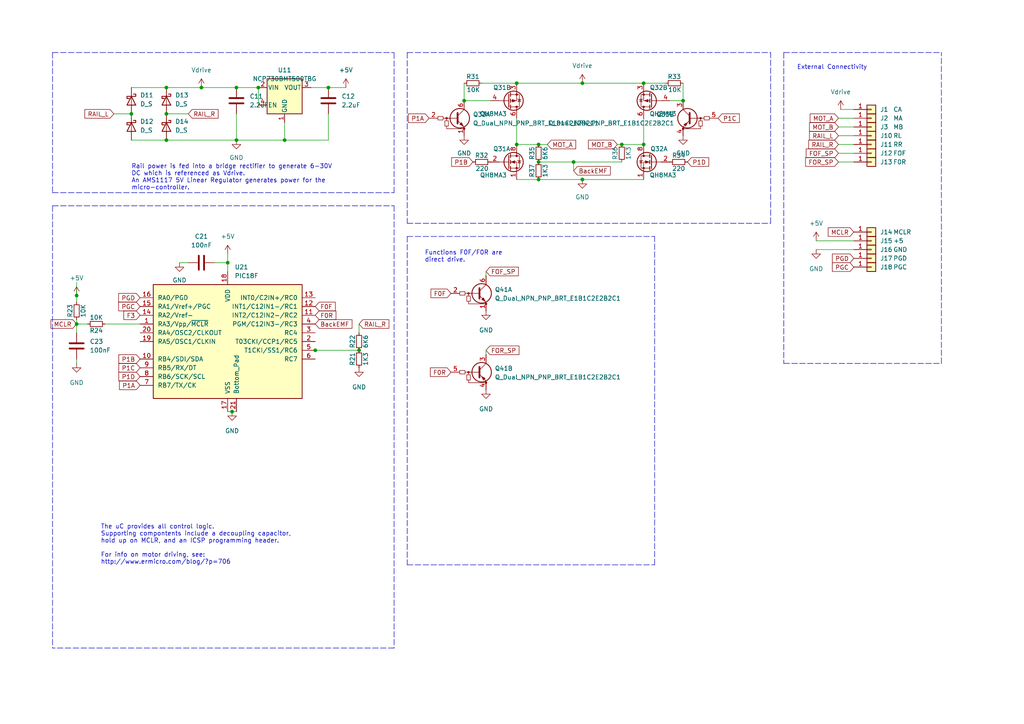
<source format=kicad_sch>
(kicad_sch (version 20211123) (generator eeschema)
  (paper "A4")
  (lib_symbols
    (symbol "Connector_Generic:Conn_01x01" (pin_names (offset 1.016) hide)
      (property "Reference" "J" (at 0 2.54 0))
      (property "Value" "Conn_01x01" (at 0 -2.54 0))
      (symbol "Conn_01x01_1_1"
        (rectangle (start -1.27 0.127) (end 0 -0.127) (stroke (width 0.1524)))
        (rectangle (start -1.27 1.27) (end 1.27 -1.27) (stroke (width 0.254)) (fill (type background)))
        (pin passive line (at -5.08 0 0) (length 3.81) (name "Pin_1") (number "1"))
      )
    )
    (symbol "DCC Project Symbols:PIC18F06Q40" (pin_names (offset 1.27))
      (property "Reference" "U" (at -20.32 17.78 0))
      (property "Value" "PIC18F06Q40" (at 24.13 -17.78 0))
      (symbol "PIC18F06Q40_0_1"
        (rectangle (start -21.59 16.51) (end 21.59 -16.51) (stroke (width 0.254)) (fill (type background)))
      )
      (symbol "PIC18F06Q40_1_1"
        (pin bidirectional line (at -25.4 5.08 0) (length 3.81) (name "RA3/Vpp/~{MCLR}") (number "1"))
        (pin bidirectional line (at -25.4 -5.08 0) (length 3.81) (name "RB4/SDI/SDA") (number "10"))
        (pin bidirectional line (at 25.4 7.62 180) (length 3.81) (name "INT2/C12IN2-/RC2") (number "11"))
        (pin bidirectional line (at 25.4 10.16 180) (length 3.81) (name "INT1/C12IN1-/RC1") (number "12"))
        (pin bidirectional line (at 25.4 12.7 180) (length 3.81) (name "INT0/C2IN+/RC0") (number "13"))
        (pin input line (at -25.4 7.62 0) (length 3.81) (name "RA2/Vref-") (number "14"))
        (pin bidirectional line (at -25.4 10.16 0) (length 3.81) (name "RA1/Vref+/PGC") (number "15"))
        (pin bidirectional line (at -25.4 12.7 0) (length 3.81) (name "RA0/PGD") (number "16"))
        (pin power_in line (at 0 -20.32 90) (length 3.81) (name "VSS") (number "17"))
        (pin power_in line (at 0 20.32 270) (length 3.81) (name "VDD") (number "18"))
        (pin bidirectional line (at -25.4 0 0) (length 3.81) (name "RA5/OSC1/CLKIN") (number "19"))
        (pin bidirectional line (at 25.4 0 180) (length 3.81) (name "T03CKI/CCP1/RC5") (number "2"))
        (pin bidirectional line (at -25.4 2.54 0) (length 3.81) (name "RA4/OSC2/CLKOUT") (number "20"))
        (pin power_in line (at 2.54 -20.32 90) (length 3.81) (name "Bottom_Pad") (number "21"))
        (pin bidirectional line (at 25.4 2.54 180) (length 3.81) (name "RC4") (number "3"))
        (pin bidirectional line (at 25.4 5.08 180) (length 3.81) (name "PGM/C12IN3-/RC3") (number "4"))
        (pin bidirectional line (at 25.4 -2.54 180) (length 3.81) (name "T1CKI/SS1/RC6") (number "5"))
        (pin bidirectional line (at 25.4 -5.08 180) (length 3.81) (name "RC7") (number "6"))
        (pin bidirectional line (at -25.4 -12.7 0) (length 3.81) (name "RB7/TX/CK") (number "7"))
        (pin bidirectional line (at -25.4 -10.16 0) (length 3.81) (name "RB6/SCK/SCL") (number "8"))
        (pin bidirectional line (at -25.4 -7.62 0) (length 3.81) (name "RB5/RX/DT") (number "9"))
      )
    )
    (symbol "Device:C" (pin_numbers hide) (pin_names (offset 0.254))
      (property "Reference" "C" (at 0.635 2.54 0))
      (property "Value" "C" (at 0.635 -2.54 0))
      (symbol "C_0_1"
        (polyline (pts (xy -2.032 -0.762) (xy 2.032 -0.762)) (stroke (width 0.508)))
        (polyline (pts (xy -2.032 0.762) (xy 2.032 0.762)) (stroke (width 0.508)))
      )
      (symbol "C_1_1"
        (pin passive line (at 0 3.81 270) (length 2.794) (name "~") (number "1"))
        (pin passive line (at 0 -3.81 90) (length 2.794) (name "~") (number "2"))
      )
    )
    (symbol "Device:D_Schottky" (pin_numbers hide) (pin_names (offset 1.016) hide)
      (property "Reference" "D" (at 0 2.54 0))
      (property "Value" "D_Schottky" (at 0 -2.54 0))
      (symbol "D_Schottky_0_1"
        (polyline (pts (xy 1.27 0) (xy -1.27 0)))
        (polyline (pts (xy 1.27 1.27) (xy 1.27 -1.27) (xy -1.27 0) (xy 1.27 1.27)) (stroke (width 0.254)))
        (polyline (pts (xy -1.905 0.635) (xy -1.905 1.27) (xy -1.27 1.27) (xy -1.27 -1.27) (xy -0.635 -1.27) (xy -0.635 -0.635)) (stroke (width 0.254)))
      )
      (symbol "D_Schottky_1_1"
        (pin passive line (at -3.81 0 0) (length 2.54) (name "K") (number "1"))
        (pin passive line (at 3.81 0 180) (length 2.54) (name "A") (number "2"))
      )
    )
    (symbol "Device:Q_Dual_NPN_PNP_BRT_E1B1C2E2B2C1" (pin_names hide)
      (property "Reference" "Q" (at 3.81 1.27 0))
      (property "Value" "Q_Dual_NPN_PNP_BRT_E1B1C2E2B2C1" (at 3.81 -1.27 0))
      (symbol "Q_Dual_NPN_PNP_BRT_E1B1C2E2B2C1_0_1"
        (rectangle (start -6.35 0.508) (end -4.826 -0.508))
        (rectangle (start -4.318 -2.286) (end -3.302 -0.762))
        (circle (center -3.81 0) (radius 0.254) (fill (type outline)))
        (polyline (pts (xy -3.81 -0.762) (xy -3.81 0)))
        (polyline (pts (xy -0.762 0) (xy -4.826 0)))
        (polyline (pts (xy -0.635 1.524) (xy -0.635 -1.524)) (stroke (width 0.508)))
        (polyline (pts (xy -3.81 -2.286) (xy -3.81 -3.048) (xy 1.27 -3.048)))
        (circle (center 1.27 -3.048) (radius 0.254) (fill (type outline)))
      )
      (symbol "Q_Dual_NPN_PNP_BRT_E1B1C2E2B2C1_1_1"
        (polyline (pts (xy -0.635 0.635) (xy 1.27 2.54)))
        (polyline (pts (xy -0.635 -0.635) (xy 1.27 -2.54) (xy 1.27 -2.54)))
        (polyline (pts (xy 0 -1.778) (xy 0.508 -1.27) (xy 1.016 -2.286) (xy 0 -1.778) (xy 0 -1.778)) (fill (type outline)))
        (circle (center 0 0) (radius 2.8194) (stroke (width 0.254)))
        (pin passive line (at 1.27 -5.08 90) (length 2.54) (name "E1") (number "1"))
        (pin input line (at -8.89 0 0) (length 2.54) (name "B1") (number "2"))
        (pin passive line (at 1.27 5.08 270) (length 2.54) (name "C1") (number "6"))
      )
      (symbol "Q_Dual_NPN_PNP_BRT_E1B1C2E2B2C1_2_1"
        (polyline (pts (xy -0.635 0.635) (xy 1.27 2.54)))
        (polyline (pts (xy -0.635 -0.635) (xy 1.27 -2.54) (xy 1.27 -2.54)))
        (polyline (pts (xy 1.016 -1.778) (xy 0.508 -2.286) (xy 0 -1.27) (xy 1.016 -1.778) (xy 1.016 -1.778)) (fill (type outline)))
        (circle (center 0 0) (radius 2.8194) (stroke (width 0.254)))
        (pin passive line (at 1.27 5.08 270) (length 2.54) (name "C1") (number "3"))
        (pin passive line (at 1.27 -5.08 90) (length 2.54) (name "E1") (number "4"))
        (pin input line (at -8.89 0 0) (length 2.54) (name "B1") (number "5"))
      )
    )
    (symbol "Device:R_Small" (pin_numbers hide) (pin_names (offset 0.254) hide)
      (property "Reference" "R" (at 0.762 0.508 0))
      (property "Value" "R_Small" (at 0.762 -1.016 0))
      (symbol "R_Small_0_1"
        (rectangle (start -0.762 1.778) (end 0.762 -1.778) (stroke (width 0.2032)))
      )
      (symbol "R_Small_1_1"
        (pin passive line (at 0 2.54 270) (length 0.762) (name "~") (number "1"))
        (pin passive line (at 0 -2.54 90) (length 0.762) (name "~") (number "2"))
      )
    )
    (symbol "Leo's Library:TPC8408" (pin_names hide)
      (property "Reference" "Q" (at 5.08 1.905 0))
      (property "Value" "TPC8408" (at 5.08 0 0))
      (symbol "TPC8408_0_1"
        (polyline (pts (xy 0.254 0) (xy -2.54 0)))
        (polyline (pts (xy 0.254 1.905) (xy 0.254 -1.905)) (stroke (width 0.254)))
        (polyline (pts (xy 0.762 -1.27) (xy 0.762 -2.286)) (stroke (width 0.254)))
        (polyline (pts (xy 0.762 0.508) (xy 0.762 -0.508)) (stroke (width 0.254)))
        (polyline (pts (xy 0.762 2.286) (xy 0.762 1.27)) (stroke (width 0.254)))
        (polyline (pts (xy 2.54 2.54) (xy 2.54 1.778)))
        (polyline (pts (xy 2.54 -2.54) (xy 2.54 0) (xy 0.762 0)))
        (polyline (pts (xy 0.762 -1.778) (xy 3.302 -1.778) (xy 3.302 1.778) (xy 0.762 1.778)))
        (circle (center 1.651 0) (radius 2.794) (stroke (width 0.254)))
        (circle (center 2.54 -1.778) (radius 0.254) (fill (type outline)))
        (circle (center 2.54 1.778) (radius 0.254) (fill (type outline)))
      )
      (symbol "TPC8408_1_1"
        (polyline (pts (xy 1.016 0) (xy 2.032 0.381) (xy 2.032 -0.381) (xy 1.016 0)) (fill (type outline)))
        (polyline (pts (xy 2.794 0.508) (xy 2.921 0.381) (xy 3.683 0.381) (xy 3.81 0.254)))
        (polyline (pts (xy 3.302 0.381) (xy 2.921 -0.254) (xy 3.683 -0.254) (xy 3.302 0.381)))
        (pin passive line (at 2.54 -5.08 90) (length 2.54) (name "S") (number "1"))
        (pin input line (at -5.08 0 0) (length 2.54) (name "G") (number "2"))
        (pin passive line (at 2.54 5.08 270) (length 2.54) hide (name "D") (number "7"))
        (pin passive line (at 2.54 5.08 270) (length 2.54) (name "D") (number "8"))
      )
      (symbol "TPC8408_2_1"
        (polyline (pts (xy 2.286 0) (xy 1.27 0.381) (xy 1.27 -0.381) (xy 2.286 0)) (fill (type outline)))
        (polyline (pts (xy 2.794 -0.508) (xy 2.921 -0.381) (xy 3.683 -0.381) (xy 3.81 -0.254)))
        (polyline (pts (xy 3.302 -0.381) (xy 2.921 0.254) (xy 3.683 0.254) (xy 3.302 -0.381)))
        (pin passive line (at 2.54 -5.08 90) (length 2.54) (name "1") (number "3"))
        (pin input line (at -5.08 0 0) (length 2.54) (name "G") (number "4"))
        (pin passive line (at 2.54 5.08 270) (length 2.54) hide (name "D") (number "5"))
        (pin passive line (at 2.54 5.08 270) (length 2.54) (name "D") (number "6"))
      )
    )
    (symbol "Regulator_Linear:NCP662SQ15" (pin_names (offset 0.254))
      (property "Reference" "U" (at 0 8.255 0))
      (property "Value" "NCP662SQ15" (at 0 6.35 0))
      (symbol "NCP662SQ15_0_1"
        (rectangle (start -5.08 5.08) (end 5.08 -5.08) (stroke (width 0.254)) (fill (type background)))
      )
      (symbol "NCP662SQ15_1_1"
        (pin power_in line (at 0 -7.62 90) (length 2.54) (name "GND") (number "1"))
        (pin power_in line (at -7.62 2.54 0) (length 2.54) (name "VIN") (number "2"))
        (pin power_out line (at 7.62 2.54 180) (length 2.54) (name "VOUT") (number "3"))
        (pin input line (at -7.62 -2.54 0) (length 2.54) (name "EN") (number "4"))
      )
    )
    (symbol "power:+5V" (power) (pin_names (offset 0))
      (property "Value" "+5V" (at 0 3.556 0))
      (symbol "+5V_0_1"
        (polyline (pts (xy -0.762 1.27) (xy 0 2.54)))
        (polyline (pts (xy 0 0) (xy 0 2.54)))
        (polyline (pts (xy 0 2.54) (xy 0.762 1.27)))
      )
      (symbol "+5V_1_1"
        (pin power_in line (at 0 0 90) (length 0) hide (name "+5V") (number "1"))
      )
    )
    (symbol "power:GND" (power) (pin_names (offset 0))
      (property "Value" "GND" (at 0 -3.81 0))
      (symbol "GND_0_1"
        (polyline (pts (xy 0 0) (xy 0 -1.27) (xy 1.27 -1.27) (xy 0 -2.54) (xy -1.27 -1.27) (xy 0 -1.27)))
      )
      (symbol "GND_1_1"
        (pin power_in line (at 0 0 270) (length 0) hide (name "GND") (number "1"))
      )
    )
    (symbol "power:Vdrive" (power) (pin_names (offset 0))
      (property "Value" "Vdrive" (at 0 3.81 0))
      (symbol "Vdrive_0_1"
        (polyline (pts (xy -0.762 1.27) (xy 0 2.54)))
        (polyline (pts (xy 0 0) (xy 0 2.54)))
        (polyline (pts (xy 0 2.54) (xy 0.762 1.27)))
      )
      (symbol "Vdrive_1_1"
        (pin power_in line (at 0 0 90) (length 0) hide (name "Vdrive") (number "1"))
      )
    )
  )
  (junction (at 68.58 25.4))
  (junction (at 48.26 33.02))
  (junction (at 58.42 25.4))
  (junction (at 168.91 24.13))
  (junction (at 66.04 76.2))
  (junction (at 48.26 40.64))
  (junction (at 166.37 46.99))
  (junction (at 168.91 52.07))
  (junction (at 95.25 25.4))
  (junction (at 22.225 85.725))
  (junction (at 156.21 41.91))
  (junction (at 68.58 40.64))
  (junction (at 48.26 25.4))
  (junction (at 104.14 101.6))
  (junction (at 156.21 52.07))
  (junction (at 149.86 41.91))
  (junction (at 38.1 33.02))
  (junction (at 186.69 24.13))
  (junction (at 180.34 41.91))
  (junction (at 149.86 24.13))
  (junction (at 22.225 93.98))
  (junction (at 67.31 119.38))
  (junction (at 186.69 41.91))
  (junction (at 134.62 29.21))
  (junction (at 198.12 29.21))
  (junction (at 82.55 40.64))
  (junction (at 91.44 101.6))
  (junction (at 74.93 25.4))
  (junction (at 156.21 46.99))
  (wire (pts (xy 243.205 39.37) (xy 247.65 39.37)))
  (wire (pts (xy 82.55 40.64) (xy 82.55 35.56)))
  (wire (pts (xy 140.97 101.6) (xy 140.97 102.87)))
  (wire (pts (xy 52.07 76.2) (xy 54.61 76.2)))
  (wire (pts (xy 243.205 44.45) (xy 247.65 44.45)))
  (wire (pts (xy 140.97 78.74) (xy 140.97 80.01)))
  (wire (pts (xy 68.58 33.02) (xy 68.58 40.64)))
  (wire (pts (xy 236.728 72.39) (xy 247.65 72.39)))
  (wire (pts (xy 186.69 24.13) (xy 193.04 24.13)))
  (wire (pts (xy 168.91 24.13) (xy 186.69 24.13)))
  (wire (pts (xy 95.25 25.4) (xy 100.33 25.4)))
  (wire (pts (xy 186.69 41.91) (xy 186.69 34.29)))
  (wire (pts (xy 67.31 119.38) (xy 68.58 119.38)))
  (wire (pts (xy 30.48 93.98) (xy 40.64 93.98)))
  (polyline (pts (xy 227.33 15.24) (xy 273.05 15.24)))
  (wire (pts (xy 149.86 52.07) (xy 156.21 52.07)))
  (wire (pts (xy 149.86 41.91) (xy 156.21 41.91)))
  (wire (pts (xy 66.04 73.66) (xy 66.04 76.2)))
  (wire (pts (xy 58.42 25.4) (xy 68.58 25.4)))
  (wire (pts (xy 22.225 92.71) (xy 22.225 93.98)))
  (wire (pts (xy 82.55 40.64) (xy 95.25 40.64)))
  (wire (pts (xy 48.26 40.64) (xy 68.58 40.64)))
  (polyline (pts (xy 273.05 105.41) (xy 273.05 15.24)))
  (wire (pts (xy 156.21 41.91) (xy 158.75 41.91)))
  (wire (pts (xy 243.205 34.29) (xy 247.65 34.29)))
  (wire (pts (xy 243.205 41.91) (xy 247.65 41.91)))
  (polyline (pts (xy 118.11 64.77) (xy 223.52 64.77)))
  (wire (pts (xy 243.205 46.99) (xy 247.65 46.99)))
  (polyline (pts (xy 227.33 15.24) (xy 227.33 105.41)))
  (wire (pts (xy 91.186 101.6) (xy 91.44 101.6)))
  (wire (pts (xy 91.44 101.6) (xy 104.14 101.6)))
  (wire (pts (xy 156.21 52.07) (xy 168.91 52.07)))
  (wire (pts (xy 134.62 24.13) (xy 134.62 29.21)))
  (wire (pts (xy 243.84 31.75) (xy 247.65 31.75)))
  (wire (pts (xy 48.26 33.02) (xy 54.61 33.02)))
  (polyline (pts (xy 227.33 105.41) (xy 273.05 105.41)))
  (wire (pts (xy 33.02 33.02) (xy 38.1 33.02)))
  (wire (pts (xy 134.62 29.21) (xy 142.24 29.21)))
  (wire (pts (xy 38.1 25.4) (xy 48.26 25.4)))
  (wire (pts (xy 22.225 85.725) (xy 22.225 87.63)))
  (wire (pts (xy 156.21 46.99) (xy 166.37 46.99)))
  (wire (pts (xy 95.25 33.02) (xy 95.25 40.64)))
  (polyline (pts (xy 118.11 68.58) (xy 118.11 163.83)))
  (wire (pts (xy 198.12 24.13) (xy 198.12 29.21)))
  (wire (pts (xy 139.7 24.13) (xy 149.86 24.13)))
  (polyline (pts (xy 223.52 64.77) (xy 223.52 15.24)))
  (polyline (pts (xy 118.11 68.58) (xy 189.865 68.58)))
  (wire (pts (xy 68.58 40.64) (xy 82.55 40.64)))
  (polyline (pts (xy 118.11 15.24) (xy 223.52 15.24)))
  (wire (pts (xy 66.04 76.2) (xy 66.04 78.74)))
  (wire (pts (xy 68.58 25.4) (xy 74.93 25.4)))
  (wire (pts (xy 62.23 76.2) (xy 66.04 76.2)))
  (polyline (pts (xy 118.11 15.24) (xy 118.11 64.77)))
  (wire (pts (xy 22.225 85.725) (xy 22.225 81.915)))
  (polyline (pts (xy 15.24 15.24) (xy 114.3 15.24)))
  (wire (pts (xy 74.93 25.4) (xy 74.93 30.48)))
  (wire (pts (xy 180.34 41.91) (xy 186.69 41.91)))
  (wire (pts (xy 90.17 25.4) (xy 95.25 25.4)))
  (wire (pts (xy 149.86 24.13) (xy 168.91 24.13)))
  (wire (pts (xy 166.37 46.99) (xy 166.37 49.53)))
  (polyline (pts (xy 118.11 163.83) (xy 189.865 163.83)))
  (wire (pts (xy 179.07 41.91) (xy 180.34 41.91)))
  (wire (pts (xy 166.37 46.99) (xy 180.34 46.99)))
  (wire (pts (xy 48.26 25.4) (xy 58.42 25.4)))
  (wire (pts (xy 66.04 119.38) (xy 67.31 119.38)))
  (wire (pts (xy 149.86 41.91) (xy 149.86 34.29)))
  (wire (pts (xy 22.225 104.14) (xy 22.225 105.41)))
  (wire (pts (xy 243.205 36.83) (xy 247.65 36.83)))
  (wire (pts (xy 236.728 69.85) (xy 247.65 69.85)))
  (wire (pts (xy 22.225 93.98) (xy 22.225 96.52)))
  (polyline (pts (xy 15.24 15.24) (xy 15.24 55.88)))
  (wire (pts (xy 22.225 93.98) (xy 25.4 93.98)))
  (polyline (pts (xy 114.3 55.88) (xy 114.3 15.24)))
  (polyline (pts (xy 189.865 163.83) (xy 189.865 68.58)))
  (polyline (pts (xy 114.3 187.96) (xy 15.24 187.96)))
  (polyline (pts (xy 15.24 59.69) (xy 15.24 187.96)))
  (wire (pts (xy 38.1 40.64) (xy 48.26 40.64)))
  (wire (pts (xy 194.31 29.21) (xy 198.12 29.21)))
  (wire (pts (xy 168.91 52.07) (xy 186.69 52.07)))
  (wire (pts (xy 104.14 93.98) (xy 104.14 96.52)))
  (polyline (pts (xy 15.24 59.69) (xy 114.3 59.69)))
  (polyline (pts (xy 114.3 59.69) (xy 114.3 187.96)))
  (polyline (pts (xy 15.24 55.88) (xy 114.3 55.88)))
  (text "External Connectivity" (at 231.14 20.32 0) (effects (font (size 1.27 1.27)) (justify left bottom)))
  (text "The uC provides all control logic.\nSupporting compontents include a decoupling capacitor,\nhold up on MCLR, and an ICSP programming header.\n\nFor info on motor driving, see:\nhttp://www.ermicro.com/blog/?p=706" (at 29.21 163.83 0) (effects (font (size 1.27 1.27)) (justify left bottom)))
  (text "Functions F0F/F0R are \ndirect drive." (at 123.19 76.2 0) (effects (font (size 1.27 1.27)) (justify left bottom)))
  (text "Rail power is fed into a bridge rectifier to generate 6-30V\nDC which is referenced as Vdrive.\nAn AMS1117 5V Linear Regulator generates power for the\nmicro-controller." (at 38.1 55.245 0) (effects (font (size 1.27 1.27)) (justify left bottom)))
  (global_label "RAIL_R" (shape input) (at 104.14 93.98 0) (property "Intersheet References" "${INTERSHEET_REFS}" (effects hide)))
  (global_label "PGD" (shape input) (at 40.64 86.36 180) (property "Intersheet References" "${INTERSHEET_REFS}" (effects hide)))
  (global_label "RAIL_L" (shape input) (at 243.205 39.37 180) (property "Intersheet References" "${INTERSHEET_REFS}" (effects hide)))
  (global_label "MOT_A" (shape input) (at 243.205 34.29 180) (property "Intersheet References" "${INTERSHEET_REFS}" (effects hide)))
  (global_label "RAIL_L" (shape input) (at 33.02 33.02 180) (property "Intersheet References" "${INTERSHEET_REFS}" (effects hide)))
  (global_label "P1A" (shape input) (at 40.64 111.76 180) (property "Intersheet References" "${INTERSHEET_REFS}" (effects hide)))
  (global_label "F0F" (shape input) (at 130.81 85.09 180) (property "Intersheet References" "${INTERSHEET_REFS}" (effects hide)))
  (global_label "MOT_B" (shape input) (at 179.07 41.91 180) (property "Intersheet References" "${INTERSHEET_REFS}" (effects hide)))
  (global_label "BackEMF" (shape input) (at 166.37 49.53 0) (property "Intersheet References" "${INTERSHEET_REFS}" (effects hide)))
  (global_label "MCLR" (shape input) (at 22.225 93.98 180) (property "Intersheet References" "${INTERSHEET_REFS}" (effects hide)))
  (global_label "P1B" (shape input) (at 40.64 104.14 180) (property "Intersheet References" "${INTERSHEET_REFS}" (effects hide)))
  (global_label "FOR_SP" (shape input) (at 140.97 101.6 0) (property "Intersheet References" "${INTERSHEET_REFS}" (effects hide)))
  (global_label "MCLR" (shape input) (at 247.65 67.31 180) (property "Intersheet References" "${INTERSHEET_REFS}" (effects hide)))
  (global_label "P1C" (shape input) (at 208.28 34.29 0) (property "Intersheet References" "${INTERSHEET_REFS}" (effects hide)))
  (global_label "F0R" (shape input) (at 130.81 107.95 180) (property "Intersheet References" "${INTERSHEET_REFS}" (effects hide)))
  (global_label "P1C" (shape input) (at 40.64 106.68 180) (property "Intersheet References" "${INTERSHEET_REFS}" (effects hide)))
  (global_label "F0R" (shape input) (at 91.44 91.44 0) (property "Intersheet References" "${INTERSHEET_REFS}" (effects hide)))
  (global_label "F0F" (shape input) (at 91.44 88.9 0) (property "Intersheet References" "${INTERSHEET_REFS}" (effects hide)))
  (global_label "RAIL_R" (shape input) (at 54.61 33.02 0) (property "Intersheet References" "${INTERSHEET_REFS}" (effects hide)))
  (global_label "RAIL_R" (shape input) (at 243.205 41.91 180) (property "Intersheet References" "${INTERSHEET_REFS}" (effects hide)))
  (global_label "PGC" (shape input) (at 40.64 88.9 180) (property "Intersheet References" "${INTERSHEET_REFS}" (effects hide)))
  (global_label "FOF_SP" (shape input) (at 243.205 44.45 180) (property "Intersheet References" "${INTERSHEET_REFS}" (effects hide)))
  (global_label "BackEMF" (shape input) (at 91.44 93.98 0) (property "Intersheet References" "${INTERSHEET_REFS}" (effects hide)))
  (global_label "PGC" (shape input) (at 247.65 77.47 180) (property "Intersheet References" "${INTERSHEET_REFS}" (effects hide)))
  (global_label "P1D" (shape input) (at 199.39 46.99 0) (property "Intersheet References" "${INTERSHEET_REFS}" (effects hide)))
  (global_label "MOT_A" (shape input) (at 158.75 41.91 0) (property "Intersheet References" "${INTERSHEET_REFS}" (effects hide)))
  (global_label "MOT_B" (shape input) (at 243.205 36.83 180) (property "Intersheet References" "${INTERSHEET_REFS}" (effects hide)))
  (global_label "PGD" (shape input) (at 247.65 74.93 180) (property "Intersheet References" "${INTERSHEET_REFS}" (effects hide)))
  (global_label "FOF_SP" (shape input) (at 140.97 78.74 0) (property "Intersheet References" "${INTERSHEET_REFS}" (effects hide)))
  (global_label "F3" (shape input) (at 40.64 91.44 180) (property "Intersheet References" "${INTERSHEET_REFS}" (effects hide)))
  (global_label "P1A" (shape input) (at 124.46 34.29 180) (property "Intersheet References" "${INTERSHEET_REFS}" (effects hide)))
  (global_label "P1B" (shape input) (at 137.16 46.99 180) (property "Intersheet References" "${INTERSHEET_REFS}" (effects hide)))
  (global_label "P1D" (shape input) (at 40.64 109.22 180) (property "Intersheet References" "${INTERSHEET_REFS}" (effects hide)))
  (global_label "FOR_SP" (shape input) (at 243.205 46.99 180) (property "Intersheet References" "${INTERSHEET_REFS}" (effects hide)))
  (symbol (lib_id "power:GND") (at 236.728 72.39 0) (unit 1)
    (property "Reference" "#PWR0105" (effects hide))
    (property "Value" "GND" (at 236.728 77.978 0))
  )
  (symbol (lib_id "Connector_Generic:Conn_01x01") (at 252.73 69.85 0) (unit 1)
    (property "Reference" "J15" (at 255.27 69.85 0) (effects (justify left)))
    (property "Value" "+5" (at 259.08 69.85 0) (effects (justify left)))
    (property "Footprint" "Connector_Wire:SolderWirePad_1x01_SMD_1x2mm" (effects hide))
    (property "MPN1" "DNP" (effects hide))
    (property "MPN2" "DNP" (effects hide))
  )
  (symbol (lib_id "power:Vdrive") (at 168.91 24.13 0) (unit 1)
    (property "Reference" "#PWR0102" (effects hide))
    (property "Value" "Vdrive" (at 168.91 19.05 0))
  )
  (symbol (lib_id "Device:C") (at 22.225 100.33 180) (unit 1)
    (property "Reference" "C23" (at 26.035 99.0599 0) (effects (justify right)))
    (property "Value" "100nF" (at 26.035 101.5999 0) (effects (justify right)))
    (property "Footprint" "Capacitor_SMD:C_0201_0603Metric" (effects hide))
    (property "Datasheet" "Generic Passive" (effects hide))
    (property "Specification" "0201 25V 100nF X5R 10%" (effects hide))
    (property "MPN1" "GRM033R61E104KE14D" (effects hide))
  )
  (symbol (lib_id "Leo's Library:TPC8408") (at 189.23 29.21 180) (unit 2)
    (property "Reference" "Q32" (at 193.675 25.4 0) (effects (justify left)))
    (property "Value" "QH8MA3" (at 196.215 33.02 0) (effects (justify left)))
    (property "Footprint" "DCC Project Footprints:TSMT8" (effects hide))
    (property "Datasheet" "https://www.rohm.com/products/mosfets/small-signal/dual/qh8ma3-product" (effects hide))
    (property "Specification" "TSMT8, Vdss 30V, Id 7A" (effects hide))
    (property "MPN1" "QH8MA3 QH8MA3 " (effects hide))
  )
  (symbol (lib_id "Device:D_Schottky") (at 38.1 36.83 270) (unit 1)
    (property "Reference" "D12" (at 40.64 35.2424 90) (effects (justify left)))
    (property "Value" "D_S" (at 40.64 37.7824 90) (effects (justify left)))
    (property "Footprint" "Diode_SMD:D_SOD-523" (effects hide))
    (property "Datasheet" "https://datasheet.lcsc.com/lcsc/1912111437_Shikues-MSK4010_C345958.pdf" (effects hide))
    (property "Specification" "SOD-523, 50V, 1A Schottky barrier rectifier diode" (effects hide))
    (property "MPN1" "MSK4010" (effects hide))
  )
  (symbol (lib_id "Device:Q_Dual_NPN_PNP_BRT_E1B1C2E2B2C1") (at 139.7 107.95 0) (unit 2)
    (property "Reference" "Q41" (at 143.51 106.8577 0) (effects (justify left)))
    (property "Value" "Q_Dual_NPN_PNP_BRT_E1B1C2E2B2C1" (at 143.51 109.3977 0) (effects (justify left)))
    (property "Footprint" "Package_TO_SOT_SMD:SOT-666" (effects hide))
  )
  (symbol (lib_id "Connector_Generic:Conn_01x01") (at 252.73 77.47 0) (unit 1)
    (property "Reference" "J18" (at 255.27 77.47 0) (effects (justify left)))
    (property "Value" "PGC" (at 259.08 77.47 0) (effects (justify left)))
    (property "Footprint" "Connector_Wire:SolderWirePad_1x01_SMD_1x2mm" (effects hide))
    (property "MPN1" "DNP" (effects hide))
    (property "MPN2" "DNP" (effects hide))
  )
  (symbol (lib_id "power:GND") (at 67.31 119.38 0) (unit 1)
    (property "Reference" "#PWR023" (effects hide))
    (property "Value" "GND" (at 67.31 124.968 0))
  )
  (symbol (lib_id "Device:R_Small") (at 104.14 99.06 0) (mirror y) (unit 1)
    (property "Reference" "R22" (at 102.235 99.06 90))
    (property "Value" "6K6" (at 106.045 99.06 90))
    (property "Footprint" "Resistor_SMD:R_0201_0603Metric" (effects hide))
    (property "Datasheet" "Generic Passive" (effects hide))
    (property "Specification" "0201 6.65K Ω 1% 1/8W" (effects hide))
    (property "MPN1" "0201WMF665KTEE" (effects hide))
    (property "MPN2" "RC0603F6R65CS" (effects hide))
  )
  (symbol (lib_id "Device:R_Small") (at 156.21 49.53 180) (unit 1)
    (property "Reference" "R37" (at 154.305 49.53 90))
    (property "Value" "1K3" (at 158.115 49.53 90))
    (property "Footprint" "Resistor_SMD:R_0201_0603Metric" (effects hide))
    (property "Datasheet" "Generic Passive" (effects hide))
    (property "Specification" "0201 1.33K Ω 1% 1/8W" (effects hide))
    (property "MPN1" "0201WMF1331TEE" (effects hide))
    (property "MPN2" "RC0201FR-071K33L" (effects hide))
  )
  (symbol (lib_id "Regulator_Linear:NCP662SQ15") (at 82.55 27.94 0) (unit 1)
    (property "Reference" "U11" (at 82.55 20.32 0))
    (property "Value" "NCP730BMT500TBG" (at 82.55 22.86 0))
    (property "Footprint" "Package_DFN_QFN:DFN-6-1EP_2x2mm_P0.65mm_EP1x1.6mm" (effects hide))
    (property "Datasheet" "https://datasheet.lcsc.com/lcsc/2108181730_onsemi-NCP730BMT500TBG_C892822.pdf" (effects hide))
    (property "Specification" "5V Linear Regulator" (effects hide))
    (property "MPN1" "NCP730BMT500TBG" (effects hide))
  )
  (symbol (lib_id "Connector_Generic:Conn_01x01") (at 252.73 34.29 0) (unit 1)
    (property "Reference" "J2" (at 255.27 34.29 0) (effects (justify left)))
    (property "Value" "MA" (at 259.08 34.29 0) (effects (justify left)))
    (property "Footprint" "Connector_Wire:SolderWirePad_1x01_SMD_1x2mm" (effects hide))
    (property "MPN1" "DNP" (effects hide))
    (property "MPN2" "DNP" (effects hide))
  )
  (symbol (lib_id "power:Vdrive") (at 58.42 25.4 0) (unit 1)
    (property "Reference" "#PWR0103" (effects hide))
    (property "Value" "Vdrive" (at 58.42 20.32 0))
  )
  (symbol (lib_id "power:GND") (at 52.07 76.2 0) (unit 1)
    (property "Reference" "#PWR021" (effects hide))
    (property "Value" "GND" (at 52.07 81.28 0))
  )
  (symbol (lib_id "Connector_Generic:Conn_01x01") (at 252.73 39.37 0) (unit 1)
    (property "Reference" "J10" (at 255.27 39.37 0) (effects (justify left)))
    (property "Value" "RL" (at 259.08 39.37 0) (effects (justify left)))
    (property "Footprint" "Connector_Wire:SolderWirePad_1x01_SMD_1x2mm" (effects hide))
    (property "MPN1" "DNP" (effects hide))
    (property "MPN2" "DNP" (effects hide))
  )
  (symbol (lib_id "power:GND") (at 140.97 90.17 0) (unit 1)
    (property "Reference" "#PWR041" (effects hide))
    (property "Value" "GND" (at 140.97 95.758 0))
  )
  (symbol (lib_id "Device:C") (at 95.25 29.21 0) (unit 1)
    (property "Reference" "C12" (at 99.06 27.9399 0) (effects (justify left)))
    (property "Value" "2.2uF" (at 99.06 30.4799 0) (effects (justify left)))
    (property "Footprint" "Capacitor_SMD:C_0402_1005Metric" (effects hide))
    (property "Datasheet" "Generic Passive" (effects hide))
    (property "Specification" "0402 35V 2.2uF X5R 10%" (effects hide))
    (property "MPN1" "GRM155R6YA225KE11D" (effects hide))
  )
  (symbol (lib_id "Connector_Generic:Conn_01x01") (at 252.73 41.91 0) (unit 1)
    (property "Reference" "J11" (at 255.27 41.91 0) (effects (justify left)))
    (property "Value" "RR" (at 259.08 41.91 0) (effects (justify left)))
    (property "Footprint" "Connector_Wire:SolderWirePad_1x01_SMD_1x2mm" (effects hide))
    (property "MPN1" "DNP" (effects hide))
    (property "MPN2" "DNP" (effects hide))
  )
  (symbol (lib_id "Leo's Library:TPC8408") (at 147.32 46.99 0) (unit 1)
    (property "Reference" "Q31" (at 143.002 43.18 0) (effects (justify left)))
    (property "Value" "QH8MA3" (at 139.192 50.8 0) (effects (justify left)))
    (property "Footprint" "DCC Project Footprints:TSMT8" (effects hide))
    (property "Datasheet" "https://www.rohm.com/products/mosfets/small-signal/dual/qh8ma3-product" (effects hide))
    (property "Specification" "TSMT8, Vdss 30V, Id 7A" (effects hide))
    (property "MPN1" "QH8MA3 QH8MA3 " (effects hide))
  )
  (symbol (lib_id "power:GND") (at 140.97 113.03 0) (unit 1)
    (property "Reference" "#PWR048" (effects hide))
    (property "Value" "GND" (at 140.97 118.618 0))
  )
  (symbol (lib_id "power:GND") (at 134.62 39.37 0) (unit 1)
    (property "Reference" "#PWR0108" (effects hide))
    (property "Value" "GND" (at 134.62 44.45 0))
  )
  (symbol (lib_id "Leo's Library:TPC8408") (at 189.23 46.99 0) (mirror y) (unit 1)
    (property "Reference" "Q32" (at 193.675 43.18 0) (effects (justify left)))
    (property "Value" "QH8MA3" (at 196.215 50.8 0) (effects (justify left)))
    (property "Footprint" "DCC Project Footprints:TSMT8" (effects hide))
    (property "Datasheet" "https://www.rohm.com/products/mosfets/small-signal/dual/qh8ma3-product" (effects hide))
    (property "Specification" "TSMT8, Vdss 30V, Id 7A" (effects hide))
    (property "MPN1" "QH8MA3 QH8MA3 " (effects hide))
  )
  (symbol (lib_id "Device:R_Small") (at 104.14 104.14 0) (mirror y) (unit 1)
    (property "Reference" "R21" (at 102.235 104.14 90))
    (property "Value" "1K3" (at 106.045 104.14 90))
    (property "Footprint" "Resistor_SMD:R_0201_0603Metric" (effects hide))
    (property "Datasheet" "Generic Passive " (effects hide))
    (property "Specification" "0201 1.33K Ω 1% 1/8W" (effects hide))
    (property "MPN1" "0201WMF1331TEE" (effects hide))
    (property "MPN2" "RC0201FR-071K33L" (effects hide))
  )
  (symbol (lib_id "Device:R_Small") (at 27.94 93.98 90) (mirror x) (unit 1)
    (property "Reference" "R24" (at 27.94 95.885 90))
    (property "Value" "10K" (at 27.94 92.075 90))
    (property "Footprint" "Resistor_SMD:R_0201_0603Metric" (effects hide))
    (property "Datasheet" "Generic Passive" (effects hide))
    (property "Specification" "0201 10K Ω 1% 1/8W" (effects hide))
    (property "MPN1" "0201WMF1002TEE" (effects hide))
    (property "MPN2" " RC0201FR-0710KL" (effects hide))
  )
  (symbol (lib_id "Device:Q_Dual_NPN_PNP_BRT_E1B1C2E2B2C1") (at 139.7 85.09 0) (unit 1)
    (property "Reference" "Q41" (at 143.51 83.9977 0) (effects (justify left)))
    (property "Value" "Q_Dual_NPN_PNP_BRT_E1B1C2E2B2C1" (at 143.51 86.5377 0) (effects (justify left)))
    (property "Footprint" "Package_TO_SOT_SMD:SOT-666" (effects hide))
  )
  (symbol (lib_id "Device:D_Schottky") (at 48.26 36.83 270) (unit 1)
    (property "Reference" "D14" (at 50.8 35.2424 90) (effects (justify left)))
    (property "Value" "D_S" (at 50.8 37.7824 90) (effects (justify left)))
    (property "Footprint" "Diode_SMD:D_SOD-523" (effects hide))
    (property "Datasheet" "https://datasheet.lcsc.com/lcsc/1912111437_Shikues-MSK4010_C345958.pdf" (effects hide))
    (property "Specification" "SOD-523, 50V, 1A Schottky barrier rectifier diode" (effects hide))
    (property "MPN1" "MSK4010" (effects hide))
  )
  (symbol (lib_id "Connector_Generic:Conn_01x01") (at 252.73 67.31 0) (unit 1)
    (property "Reference" "J14" (at 255.27 67.31 0) (effects (justify left)))
    (property "Value" "MCLR" (at 259.08 67.31 0) (effects (justify left)))
    (property "Footprint" "Connector_Wire:SolderWirePad_1x01_SMD_1x2mm" (effects hide))
    (property "MPN1" "DNP" (effects hide))
    (property "MPN2" "DNP " (effects hide))
  )
  (symbol (lib_id "Leo's Library:TPC8408") (at 147.32 29.21 0) (mirror x) (unit 2)
    (property "Reference" "Q31" (at 143.002 25.4 0) (effects (justify left)))
    (property "Value" "QH8MA3" (at 139.192 33.02 0) (effects (justify left)))
    (property "Footprint" "DCC Project Footprints:TSMT8" (effects hide))
    (property "Datasheet" "https://www.rohm.com/products/mosfets/small-signal/dual/qh8ma3-product" (effects hide))
    (property "Specification" "TSMT8, Vdss 30V, Id 7A" (effects hide))
    (property "MPN1" "QH8MA3 QH8MA3 " (effects hide))
  )
  (symbol (lib_id "power:GND") (at 168.91 52.07 0) (unit 1)
    (property "Reference" "#PWR032" (effects hide))
    (property "Value" "GND" (at 168.91 57.15 0))
  )
  (symbol (lib_id "Device:D_Schottky") (at 38.1 29.21 270) (unit 1)
    (property "Reference" "D11" (at 40.64 27.6224 90) (effects (justify left)))
    (property "Value" "D_S" (at 40.64 30.1624 90) (effects (justify left)))
    (property "Footprint" "Diode_SMD:D_SOD-523" (effects hide))
    (property "Datasheet" "https://datasheet.lcsc.com/lcsc/1912111437_Shikues-MSK4010_C345958.pdf" (effects hide))
    (property "Specification" "SOD-523, 50V, 1A Schottky barrier rectifier diode" (effects hide))
    (property "MPN1" "MSK4010" (effects hide))
  )
  (symbol (lib_id "Connector_Generic:Conn_01x01") (at 252.73 74.93 0) (unit 1)
    (property "Reference" "J17" (at 255.27 74.93 0) (effects (justify left)))
    (property "Value" "PGD" (at 259.08 74.93 0) (effects (justify left)))
    (property "Footprint" "Connector_Wire:SolderWirePad_1x01_SMD_1x2mm" (effects hide))
    (property "MPN1" "DNP" (effects hide))
    (property "MPN2" "DNP" (effects hide))
  )
  (symbol (lib_id "power:GND") (at 68.58 40.64 0) (unit 1)
    (property "Reference" "#PWR011" (effects hide))
    (property "Value" "GND" (at 68.58 45.72 0))
  )
  (symbol (lib_id "Device:Q_Dual_NPN_PNP_BRT_E1B1C2E2B2C1") (at 133.35 34.29 0) (unit 1)
    (property "Reference" "Q33" (at 137.16 33.1977 0) (effects (justify left)))
    (property "Value" "Q_Dual_NPN_PNP_BRT_E1B1C2E2B2C1" (at 137.16 35.7377 0) (effects (justify left)))
    (property "Footprint" "Package_TO_SOT_SMD:SOT-666" (effects hide))
  )
  (symbol (lib_id "DCC Project Symbols:PIC18F06Q40") (at 66.04 99.06 0) (unit 1)
    (property "Reference" "U21" (at 68.0594 77.47 0) (effects (justify left)))
    (property "Value" "PIC18F" (at 68.0594 80.01 0) (effects (justify left)))
    (property "Footprint" "Package_DFN_QFN:VQFN-20-1EP_3x3mm_P0.4mm_EP1.7x1.7mm" (effects hide))
    (property "Datasheet" "https://ww1.microchip.com/downloads/aemDocuments/documents/MCU08/ProductDocuments/DataSheets/PIC18F06-16Q40-Data-Sheet-40002216D.pdf" (effects hide))
    (property "MPN1" "PIC18F06Q40" (effects hide))
  )
  (symbol (lib_id "Device:R_Small") (at 22.225 90.17 0) (mirror y) (unit 1)
    (property "Reference" "R23" (at 20.32 90.17 90))
    (property "Value" "10K" (at 24.13 90.17 90))
    (property "Footprint" "Resistor_SMD:R_0201_0603Metric" (effects hide))
    (property "Datasheet" "Generic Passive" (effects hide))
    (property "Specification" "0201 10K Ω 1% 1/8W" (effects hide))
    (property "MPN1" "0201WMF1002TEE" (effects hide))
    (property "MPN2" " RC0201FR-0710KL" (effects hide))
  )
  (symbol (lib_id "Device:R_Small") (at 137.16 24.13 90) (unit 1)
    (property "Reference" "R31" (at 137.16 22.225 90))
    (property "Value" "10K" (at 137.287 26.035 90))
    (property "Footprint" "Resistor_SMD:R_0201_0603Metric" (effects hide))
    (property "Datasheet" "Generic Passive" (effects hide))
    (property "Specification" "0201 220 Ω 1% 1/8W" (effects hide))
    (property "MPN1" "0201WMF2200TEE" (effects hide))
    (property "MPN2" " RC0201FR-07220RL" (effects hide))
  )
  (symbol (lib_id "Device:C") (at 58.42 76.2 90) (unit 1)
    (property "Reference" "C21" (at 58.42 68.58 90))
    (property "Value" "100nF" (at 58.42 71.12 90))
    (property "Footprint" "Capacitor_SMD:C_0201_0603Metric" (effects hide))
    (property "Datasheet" "Generic Passive" (effects hide))
    (property "Specification" "0201 25V 100nF X5R 10%" (effects hide))
    (property "MPN1" "GRM033R61E104KE14D" (effects hide))
  )
  (symbol (lib_id "power:GND") (at 198.12 39.37 0) (unit 1)
    (property "Reference" "#PWR0107" (effects hide))
    (property "Value" "GND" (at 198.12 44.45 0))
  )
  (symbol (lib_id "power:+5V") (at 100.33 25.4 0) (unit 1)
    (property "Reference" "#PWR014" (effects hide))
    (property "Value" "+5V" (at 100.33 20.32 0))
  )
  (symbol (lib_id "Device:R_Small") (at 156.21 44.45 180) (unit 1)
    (property "Reference" "R35" (at 154.305 44.45 90))
    (property "Value" "6K6" (at 158.115 44.45 90))
    (property "Footprint" "Resistor_SMD:R_0201_0603Metric" (effects hide))
    (property "Datasheet" "Generic Passive" (effects hide))
    (property "Specification" "0201 6.65K Ω 1% 1/8W" (effects hide))
    (property "MPN1" "0201WMF665KTEE" (effects hide))
    (property "MPN2" "RC0603F6R65CS" (effects hide))
  )
  (symbol (lib_id "Connector_Generic:Conn_01x01") (at 252.73 31.75 0) (unit 1)
    (property "Reference" "J1" (at 255.27 31.75 0) (effects (justify left)))
    (property "Value" "CA" (at 259.08 31.75 0) (effects (justify left)))
    (property "Footprint" "Connector_Wire:SolderWirePad_1x01_SMD_1x2mm" (effects hide))
    (property "MPN1" "DNP" (effects hide))
    (property "MPN2" "DNP" (effects hide))
  )
  (symbol (lib_id "Device:R_Small") (at 180.34 44.45 180) (unit 1)
    (property "Reference" "R36" (at 178.435 44.45 90))
    (property "Value" "1K3" (at 182.245 44.45 90))
    (property "Footprint" "Resistor_SMD:R_0201_0603Metric" (effects hide))
    (property "Datasheet" "Generic Passive" (effects hide))
    (property "Specification" "0201 1.33K Ω 1% 1/8W" (effects hide))
    (property "MPN1" "0201WMF1331TEE" (effects hide))
    (property "MPN2" "RC0201FR-071K33L" (effects hide))
  )
  (symbol (lib_id "Device:R_Small") (at 139.7 46.99 90) (unit 1)
    (property "Reference" "R32" (at 139.7 45.085 90))
    (property "Value" "220" (at 139.827 48.895 90))
    (property "Footprint" "Resistor_SMD:R_0201_0603Metric" (effects hide))
    (property "Datasheet" "Generic Passive" (effects hide))
    (property "Specification" "0201 220 Ω 1% 1/8W" (effects hide))
    (property "MPN1" "0201WMF2200TEE" (effects hide))
    (property "MPN2" " RC0201FR-07220RL" (effects hide))
  )
  (symbol (lib_id "power:GND") (at 104.14 106.68 0) (unit 1)
    (property "Reference" "#PWR0104" (effects hide))
    (property "Value" "GND" (at 104.14 112.268 0))
  )
  (symbol (lib_id "Device:R_Small") (at 195.58 24.13 90) (unit 1)
    (property "Reference" "R33" (at 195.58 22.225 90))
    (property "Value" "10K" (at 195.707 26.035 90))
    (property "Footprint" "Resistor_SMD:R_0201_0603Metric" (effects hide))
    (property "Datasheet" "Generic Passive" (effects hide))
    (property "Specification" "0201 220 Ω 1% 1/8W" (effects hide))
    (property "MPN1" "0201WMF2200TEE" (effects hide))
    (property "MPN2" " RC0201FR-07220RL" (effects hide))
  )
  (symbol (lib_id "Connector_Generic:Conn_01x01") (at 252.73 36.83 0) (unit 1)
    (property "Reference" "J3" (at 255.27 36.83 0) (effects (justify left)))
    (property "Value" "MB" (at 259.08 36.83 0) (effects (justify left)))
    (property "Footprint" "Connector_Wire:SolderWirePad_1x01_SMD_1x2mm" (effects hide))
    (property "MPN1" "DNP" (effects hide))
    (property "MPN2" "DNP" (effects hide))
  )
  (symbol (lib_id "Connector_Generic:Conn_01x01") (at 252.73 72.39 0) (unit 1)
    (property "Reference" "J16" (at 255.27 72.39 0) (effects (justify left)))
    (property "Value" "GND" (at 259.08 72.39 0) (effects (justify left)))
    (property "Footprint" "Connector_Wire:SolderWirePad_1x01_SMD_1x2mm" (effects hide))
    (property "MPN1" "DNP" (effects hide))
    (property "MPN2" "DNP" (effects hide))
  )
  (symbol (lib_id "Connector_Generic:Conn_01x01") (at 252.73 46.99 0) (unit 1)
    (property "Reference" "J13" (at 255.27 46.99 0) (effects (justify left)))
    (property "Value" "F0R" (at 259.08 46.99 0) (effects (justify left)))
    (property "Footprint" "Connector_Wire:SolderWirePad_1x01_SMD_1x2mm" (effects hide))
    (property "MPN1" "DNP" (effects hide))
    (property "MPN2" "DNP" (effects hide))
  )
  (symbol (lib_id "Device:R_Small") (at 196.85 46.99 90) (unit 1)
    (property "Reference" "R34" (at 196.85 45.085 90))
    (property "Value" "220" (at 196.85 48.895 90))
    (property "Footprint" "Resistor_SMD:R_0201_0603Metric" (effects hide))
    (property "Datasheet" "Generic Passive" (effects hide))
    (property "Specification" "0201 220 Ω 1% 1/8W" (effects hide))
    (property "MPN1" "0201WMF2200TEE" (effects hide))
    (property "MPN2" " RC0201FR-07220RL" (effects hide))
  )
  (symbol (lib_id "power:+5V") (at 22.225 85.725 0) (unit 1)
    (property "Reference" "#PWR024" (effects hide))
    (property "Value" "+5V" (at 22.225 80.645 0))
  )
  (symbol (lib_id "power:+5V") (at 66.04 73.66 0) (unit 1)
    (property "Reference" "#PWR022" (effects hide))
    (property "Value" "+5V" (at 66.04 68.58 0))
  )
  (symbol (lib_id "power:+5V") (at 236.728 69.85 0) (unit 1)
    (property "Reference" "#PWR0106" (effects hide))
    (property "Value" "+5V" (at 236.728 64.77 0))
  )
  (symbol (lib_id "Device:Q_Dual_NPN_PNP_BRT_E1B1C2E2B2C1") (at 199.39 34.29 0) (mirror y) (unit 2)
    (property "Reference" "Q33" (at 195.58 33.1977 0) (effects (justify left)))
    (property "Value" "Q_Dual_NPN_PNP_BRT_E1B1C2E2B2C1" (at 195.58 35.7377 0) (effects (justify left)))
    (property "Footprint" "Package_TO_SOT_SMD:SOT-666" (effects hide))
  )
  (symbol (lib_id "Device:C") (at 68.58 29.21 0) (unit 1)
    (property "Reference" "C11" (at 72.39 27.9399 0) (effects (justify left)))
    (property "Value" "2.2uF" (at 72.39 30.4799 0) (effects (justify left)))
    (property "Footprint" "Capacitor_SMD:C_0402_1005Metric" (effects hide))
    (property "Datasheet" "Generic Passive" (effects hide))
    (property "Specification" "0402 35V 2.2uF X5R 10%" (effects hide))
    (property "MPN1" "GRM155R6YA225KE11D" (effects hide))
  )
  (symbol (lib_id "Connector_Generic:Conn_01x01") (at 252.73 44.45 0) (unit 1)
    (property "Reference" "J12" (at 255.27 44.45 0) (effects (justify left)))
    (property "Value" "FOF" (at 259.08 44.45 0) (effects (justify left)))
    (property "Footprint" "Connector_Wire:SolderWirePad_1x01_SMD_1x2mm" (effects hide))
    (property "MPN1" "DNP" (effects hide))
    (property "MPN2" "DNP" (effects hide))
  )
  (symbol (lib_id "power:GND") (at 22.225 105.41 0) (unit 1)
    (property "Reference" "#PWR0110" (effects hide))
    (property "Value" "GND" (at 22.225 110.998 0))
  )
  (symbol (lib_id "Device:D_Schottky") (at 48.26 29.21 270) (unit 1)
    (property "Reference" "D13" (at 50.8 27.6224 90) (effects (justify left)))
    (property "Value" "D_S" (at 50.8 30.1624 90) (effects (justify left)))
    (property "Footprint" "Diode_SMD:D_SOD-523" (effects hide))
    (property "Datasheet" "https://datasheet.lcsc.com/lcsc/1912111437_Shikues-MSK4010_C345958.pdf" (effects hide))
    (property "Specification" "SOD-523, 50V, 1A Schottky barrier rectifier diode" (effects hide))
    (property "MPN1" "MSK4010" (effects hide))
  )
  (symbol (lib_id "power:Vdrive") (at 243.84 31.75 0) (unit 1)
    (property "Reference" "#PWR0101" (effects hide))
    (property "Value" "Vdrive" (at 243.84 26.67 0))
  )
)
</source>
